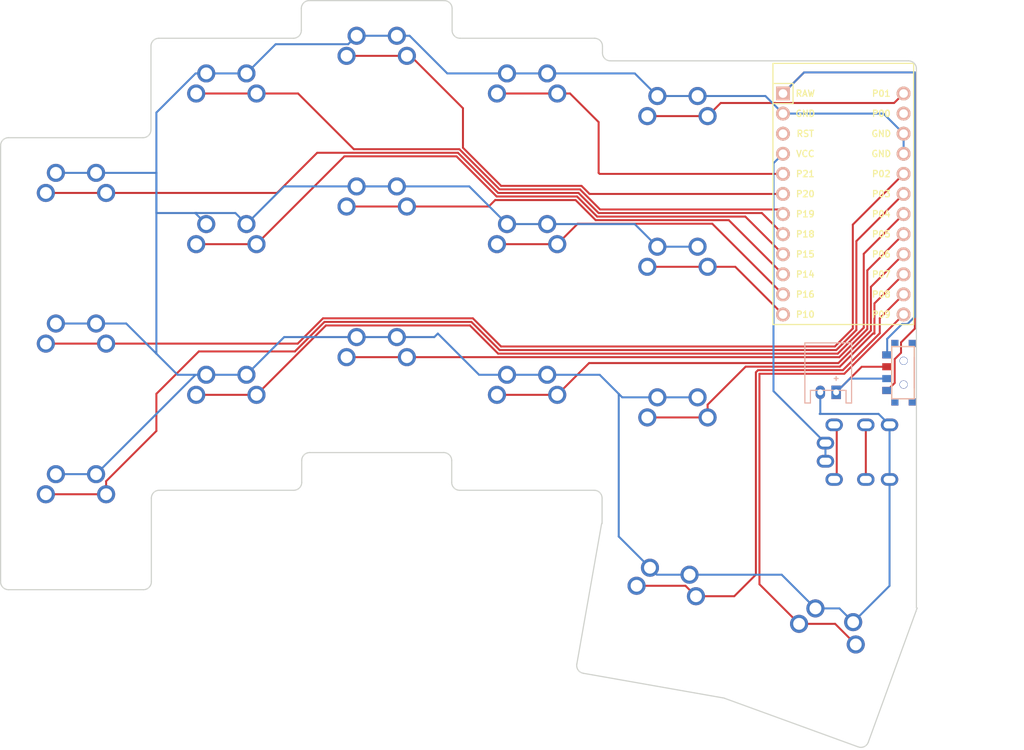
<source format=kicad_pcb>
(kicad_pcb (version 20221018) (generator pcbnew)
  (title_block (title "olacc-34") (rev "v1.0.0") (company "Unknown"))
  (layers (0 "F.Cu" signal) (31 "B.Cu" signal) (34 "B.Paste" user) (35 "F.Paste" user) (36 "B.SilkS" user "B.Silkscreen") (37 "F.SilkS" user "F.Silkscreen") (38 "B.Mask" user) (39 "F.Mask" user) (44 "Edge.Cuts" user))
  (net 0 "")
  (net 1 "GND")
  (net 2 "matrix_pinky_bottom")
  (net 3 "matrix_pinky_home")
  (net 4 "matrix_pinky_top")
  (net 5 "matrix_ring_bottom")
  (net 6 "matrix_ring_home")
  (net 7 "matrix_ring_top")
  (net 8 "matrix_middle_bottom")
  (net 9 "matrix_middle_home")
  (net 10 "matrix_middle_top")
  (net 11 "matrix_index_bottom")
  (net 12 "matrix_index_home")
  (net 13 "matrix_index_top")
  (net 14 "matrix_inner_bottom")
  (net 15 "matrix_inner_home")
  (net 16 "matrix_inner_top")
  (net 17 "thumb_tucky")
  (net 18 "thumb_reachy")
  (net 19 "RAW")
  (net 20 "RST")
  (net 21 "VCC")
  (net 22 "P0")
  (net 23 "BAT")
  (net 24 "P2")
  (net 25 "P3")
  (footprint "E73:SPDT_C128955" (layer "F.Cu") (at 104.575 -17.9155 -90)
    (fp_text reference "T1" hide)
    (fp_text value "" hide)
    (pad "" smd rect (at -3.7 -1.1 270) (size 0.9 0.9) (layers "F.Cu" "F.Paste" "F.Mask"))
    (pad "" smd rect (at -3.7 1.1 270) (size 0.9 0.9) (layers "F.Cu" "F.Paste" "F.Mask"))
    (pad "" np_thru_hole circle (at -1.5 0) (size 1 1) (drill 0.9) (layers "*.Cu" "*.Mask"))
    (pad "" np_thru_hole circle (at 1.5 0) (size 1 1) (drill 0.9) (layers "*.Cu" "*.Mask"))
    (pad "" smd rect (at 3.7 -1.1 270) (size 0.9 0.9) (layers "F.Cu" "F.Paste" "F.Mask"))
    (pad "" smd rect (at 3.7 1.1 270) (size 0.9 0.9) (layers "F.Cu" "F.Paste" "F.Mask"))
    (pad "1" smd rect (at 2.25 2.075 270) (size 0.9 1.25) (layers "F.Cu" "F.Paste" "F.Mask") (net 19 "RAW"))
    (pad "2" smd rect (at -0.75 2.075 270) (size 0.9 1.25) (layers "F.Cu" "F.Paste" "F.Mask") (net 23 "BAT"))
    (pad "3" smd rect (at -2.25 2.075 270) (size 0.9 1.25) (layers "F.Cu" "F.Paste" "F.Mask"))
  )
  (footprint "MX" (layer "F.Cu") (at 74.145 12.192 -10)
    (fp_text reference "S16" hide)
    (fp_text value "" hide)
    (pad "" np_thru_hole circle (at -5.08 0) (size 1.7018 1.7018) (drill 1.7018) (layers "*.Cu" "*.Mask"))
    (pad "" np_thru_hole circle (at 0 0) (size 3.9878 3.9878) (drill 3.9878) (layers "*.Cu" "*.Mask"))
    (pad "" np_thru_hole circle (at 5.08 0) (size 1.7018 1.7018) (drill 1.7018) (layers "*.Cu" "*.Mask"))
    (pad "1" thru_hole circle (at -2.54 -5.08) (size 2.286 2.286) (drill 1.4986) (layers "*.Cu" "*.Mask") (net 1 "GND"))
    (pad "1" thru_hole circle (at 2.54 -5.08) (size 2.286 2.286) (drill 1.4986) (layers "*.Cu" "*.Mask") (net 1 "GND"))
    (pad "2" thru_hole circle (at -3.81 -2.54) (size 2.286 2.286) (drill 1.4986) (layers "*.Cu" "*.Mask") (net 17 "thumb_tucky"))
    (pad "2" thru_hole circle (at 3.81 -2.54) (size 2.286 2.286) (drill 1.4986) (layers "*.Cu" "*.Mask") (net 17 "thumb_tucky"))
  )
  (footprint "MX" (layer "F.Cu") (at 19 -50.673)
    (fp_text reference "S6" hide)
    (fp_text value "" hide)
    (pad "" np_thru_hole circle (at -5.08 0) (size 1.7018 1.7018) (drill 1.7018) (layers "*.Cu" "*.Mask"))
    (pad "" np_thru_hole circle (at 0 0) (size 3.9878 3.9878) (drill 3.9878) (layers "*.Cu" "*.Mask"))
    (pad "" np_thru_hole circle (at 5.08 0) (size 1.7018 1.7018) (drill 1.7018) (layers "*.Cu" "*.Mask"))
    (pad "1" thru_hole circle (at -2.54 -5.08) (size 2.286 2.286) (drill 1.4986) (layers "*.Cu" "*.Mask") (net 1 "GND"))
    (pad "1" thru_hole circle (at 2.54 -5.08) (size 2.286 2.286) (drill 1.4986) (layers "*.Cu" "*.Mask") (net 1 "GND"))
    (pad "2" thru_hole circle (at -3.81 -2.54) (size 2.286 2.286) (drill 1.4986) (layers "*.Cu" "*.Mask") (net 7 "matrix_ring_top"))
    (pad "2" thru_hole circle (at 3.81 -2.54) (size 2.286 2.286) (drill 1.4986) (layers "*.Cu" "*.Mask") (net 7 "matrix_ring_top"))
  )
  (footprint "MX" (layer "F.Cu") (at 76 -28.7655)
    (fp_text reference "S14" hide)
    (fp_text value "" hide)
    (pad "" np_thru_hole circle (at -5.08 0) (size 1.7018 1.7018) (drill 1.7018) (layers "*.Cu" "*.Mask"))
    (pad "" np_thru_hole circle (at 0 0) (size 3.9878 3.9878) (drill 3.9878) (layers "*.Cu" "*.Mask"))
    (pad "" np_thru_hole circle (at 5.08 0) (size 1.7018 1.7018) (drill 1.7018) (layers "*.Cu" "*.Mask"))
    (pad "1" thru_hole circle (at -2.54 -5.08) (size 2.286 2.286) (drill 1.4986) (layers "*.Cu" "*.Mask") (net 1 "GND"))
    (pad "1" thru_hole circle (at 2.54 -5.08) (size 2.286 2.286) (drill 1.4986) (layers "*.Cu" "*.Mask") (net 1 "GND"))
    (pad "2" thru_hole circle (at -3.81 -2.54) (size 2.286 2.286) (drill 1.4986) (layers "*.Cu" "*.Mask") (net 15 "matrix_inner_home"))
    (pad "2" thru_hole circle (at 3.81 -2.54) (size 2.286 2.286) (drill 1.4986) (layers "*.Cu" "*.Mask") (net 15 "matrix_inner_home"))
  )
  (footprint "TRRS-PJ-320A-dual" (layer "F.Cu") (at 106 -6.7155 -90)
    (fp_text reference "TRRS1")
    (fp_text value "TRRS-PJ-320A-dual")
    (pad "" np_thru_hole circle (at -2.3 1.6) (size 1.5 1.5) (drill 1.5) (layers "*.Cu" "*.Mask"))
    (pad "" np_thru_hole circle (at -2.3 8.6) (size 1.5 1.5) (drill 1.5) (layers "*.Cu" "*.Mask"))
    (pad "" np_thru_hole circle (at 0 1.6) (size 1.5 1.5) (drill 1.5) (layers "*.Cu" "*.Mask"))
    (pad "" np_thru_hole circle (at 0 8.6) (size 1.5 1.5) (drill 1.5) (layers "*.Cu" "*.Mask"))
    (pad "1" thru_hole oval (at -2.3 11.3 270) (size 1.6 2.2) (drill oval 0.9 1.5) (layers "*.Cu" "*.Mask") (net 21 "VCC"))
    (pad "1" thru_hole oval (at 0 11.3 270) (size 1.6 2.2) (drill oval 0.9 1.5) (layers "*.Cu" "*.Mask") (net 21 "VCC"))
    (pad "2" thru_hole oval (at -4.6 10.2 270) (size 1.6 2.2) (drill oval 0.9 1.5) (layers "*.Cu" "*.Mask") (net 24 "P2"))
    (pad "2" thru_hole oval (at 2.3 10.2 270) (size 1.6 2.2) (drill oval 0.9 1.5) (layers "*.Cu" "*.Mask") (net 24 "P2"))
    (pad "3" thru_hole oval (at -4.6 6.2 270) (size 1.6 2.2) (drill oval 0.9 1.5) (layers "*.Cu" "*.Mask") (net 25 "P3"))
    (pad "3" thru_hole oval (at 2.3 6.2 270) (size 1.6 2.2) (drill oval 0.9 1.5) (layers "*.Cu" "*.Mask") (net 25 "P3"))
    (pad "4" thru_hole oval (at -4.6 3.2 270) (size 1.6 2.2) (drill oval 0.9 1.5) (layers "*.Cu" "*.Mask") (net 1 "GND"))
    (pad "4" thru_hole oval (at 2.3 3.2 270) (size 1.6 2.2) (drill oval 0.9 1.5) (layers "*.Cu" "*.Mask") (net 1 "GND"))
  )
  (footprint "MX" (layer "F.Cu") (at 38 -36.3855)
    (fp_text reference "S8" hide)
    (fp_text value "" hide)
    (pad "" np_thru_hole circle (at -5.08 0) (size 1.7018 1.7018) (drill 1.7018) (layers "*.Cu" "*.Mask"))
    (pad "" np_thru_hole circle (at 0 0) (size 3.9878 3.9878) (drill 3.9878) (layers "*.Cu" "*.Mask"))
    (pad "" np_thru_hole circle (at 5.08 0) (size 1.7018 1.7018) (drill 1.7018) (layers "*.Cu" "*.Mask"))
    (pad "1" thru_hole circle (at -2.54 -5.08) (size 2.286 2.286) (drill 1.4986) (layers "*.Cu" "*.Mask") (net 1 "GND"))
    (pad "1" thru_hole circle (at 2.54 -5.08) (size 2.286 2.286) (drill 1.4986) (layers "*.Cu" "*.Mask") (net 1 "GND"))
    (pad "2" thru_hole circle (at -3.81 -2.54) (size 2.286 2.286) (drill 1.4986) (layers "*.Cu" "*.Mask") (net 9 "matrix_middle_home"))
    (pad "2" thru_hole circle (at 3.81 -2.54) (size 2.286 2.286) (drill 1.4986) (layers "*.Cu" "*.Mask") (net 9 "matrix_middle_home"))
  )
  (footprint "MX" (layer "F.Cu") (at 38 -17.3355)
    (fp_text reference "S7" hide)
    (fp_text value "" hide)
    (pad "" np_thru_hole circle (at -5.08 0) (size 1.7018 1.7018) (drill 1.7018) (layers "*.Cu" "*.Mask"))
    (pad "" np_thru_hole circle (at 0 0) (size 3.9878 3.9878) (drill 3.9878) (layers "*.Cu" "*.Mask"))
    (pad "" np_thru_hole circle (at 5.08 0) (size 1.7018 1.7018) (drill 1.7018) (layers "*.Cu" "*.Mask"))
    (pad "1" thru_hole circle (at -2.54 -5.08) (size 2.286 2.286) (drill 1.4986) (layers "*.Cu" "*.Mask") (net 1 "GND"))
    (pad "1" thru_hole circle (at 2.54 -5.08) (size 2.286 2.286) (drill 1.4986) (layers "*.Cu" "*.Mask") (net 1 "GND"))
    (pad "2" thru_hole circle (at -3.81 -2.54) (size 2.286 2.286) (drill 1.4986) (layers "*.Cu" "*.Mask") (net 8 "matrix_middle_bottom"))
    (pad "2" thru_hole circle (at 3.81 -2.54) (size 2.286 2.286) (drill 1.4986) (layers "*.Cu" "*.Mask") (net 8 "matrix_middle_bottom"))
  )
  (footprint "MX" (layer "F.Cu") (at 57 -12.573)
    (fp_text reference "S10" hide)
    (fp_text value "" hide)
    (pad "" np_thru_hole circle (at -5.08 0) (size 1.7018 1.7018) (drill 1.7018) (layers "*.Cu" "*.Mask"))
    (pad "" np_thru_hole circle (at 0 0) (size 3.9878 3.9878) (drill 3.9878) (layers "*.Cu" "*.Mask"))
    (pad "" np_thru_hole circle (at 5.08 0) (size 1.7018 1.7018) (drill 1.7018) (layers "*.Cu" "*.Mask"))
    (pad "1" thru_hole circle (at -2.54 -5.08) (size 2.286 2.286) (drill 1.4986) (layers "*.Cu" "*.Mask") (net 1 "GND"))
    (pad "1" thru_hole circle (at 2.54 -5.08) (size 2.286 2.286) (drill 1.4986) (layers "*.Cu" "*.Mask") (net 1 "GND"))
    (pad "2" thru_hole circle (at -3.81 -2.54) (size 2.286 2.286) (drill 1.4986) (layers "*.Cu" "*.Mask") (net 11 "matrix_index_bottom"))
    (pad "2" thru_hole circle (at 3.81 -2.54) (size 2.286 2.286) (drill 1.4986) (layers "*.Cu" "*.Mask") (net 11 "matrix_index_bottom"))
  )
  (footprint "MX" (layer "F.Cu") (at 0 -38.1)
    (fp_text reference "S3" hide)
    (fp_text value "" hide)
    (pad "" np_thru_hole circle (at -5.08 0) (size 1.7018 1.7018) (drill 1.7018) (layers "*.Cu" "*.Mask"))
    (pad "" np_thru_hole circle (at 0 0) (size 3.9878 3.9878) (drill 3.9878) (layers "*.Cu" "*.Mask"))
    (pad "" np_thru_hole circle (at 5.08 0) (size 1.7018 1.7018) (drill 1.7018) (layers "*.Cu" "*.Mask"))
    (pad "1" thru_hole circle (at -2.54 -5.08) (size 2.286 2.286) (drill 1.4986) (layers "*.Cu" "*.Mask") (net 1 "GND"))
    (pad "1" thru_hole circle (at 2.54 -5.08) (size 2.286 2.286) (drill 1.4986) (layers "*.Cu" "*.Mask") (net 1 "GND"))
    (pad "2" thru_hole circle (at -3.81 -2.54) (size 2.286 2.286) (drill 1.4986) (layers "*.Cu" "*.Mask") (net 4 "matrix_pinky_top"))
    (pad "2" thru_hole circle (at 3.81 -2.54) (size 2.286 2.286) (drill 1.4986) (layers "*.Cu" "*.Mask") (net 4 "matrix_pinky_top"))
  )
  (footprint "MX" (layer "F.Cu") (at 19 -12.573)
    (fp_text reference "S4" hide)
    (fp_text value "" hide)
    (pad "" np_thru_hole circle (at -5.08 0) (size 1.7018 1.7018) (drill 1.7018) (layers "*.Cu" "*.Mask"))
    (pad "" np_thru_hole circle (at 0 0) (size 3.9878 3.9878) (drill 3.9878) (layers "*.Cu" "*.Mask"))
    (pad "" np_thru_hole circle (at 5.08 0) (size 1.7018 1.7018) (drill 1.7018) (layers "*.Cu" "*.Mask"))
    (pad "1" thru_hole circle (at -2.54 -5.08) (size 2.286 2.286) (drill 1.4986) (layers "*.Cu" "*.Mask") (net 1 "GND"))
    (pad "1" thru_hole circle (at 2.54 -5.08) (size 2.286 2.286) (drill 1.4986) (layers "*.Cu" "*.Mask") (net 1 "GND"))
    (pad "2" thru_hole circle (at -3.81 -2.54) (size 2.286 2.286) (drill 1.4986) (layers "*.Cu" "*.Mask") (net 5 "matrix_ring_bottom"))
    (pad "2" thru_hole circle (at 3.81 -2.54) (size 2.286 2.286) (drill 1.4986) (layers "*.Cu" "*.Mask") (net 5 "matrix_ring_bottom"))
  )
  (footprint "E73:SPDT_C128955" (layer "F.Cu") (at 104.575 -17.9155 -90)
    (fp_text reference "T2" hide)
    (fp_text value "" hide)
    (pad "" smd rect (at -3.7 -1.1 270) (size 0.9 0.9) (layers "B.Cu" "B.Paste" "B.Mask"))
    (pad "" smd rect (at -3.7 1.1 270) (size 0.9 0.9) (layers "B.Cu" "B.Paste" "B.Mask"))
    (pad "" np_thru_hole circle (at -1.5 0) (size 1 1) (drill 0.9) (layers "*.Cu" "*.Mask"))
    (pad "" np_thru_hole circle (at 1.5 0) (size 1 1) (drill 0.9) (layers "*.Cu" "*.Mask"))
    (pad "" smd rect (at 3.7 -1.1 270) (size 0.9 0.9) (layers "B.Cu" "B.Paste" "B.Mask"))
    (pad "" smd rect (at 3.7 1.1 270) (size 0.9 0.9) (layers "B.Cu" "B.Paste" "B.Mask"))
    (pad "1" smd rect (at -2.25 2.075 270) (size 0.9 1.25) (layers "B.Cu" "B.Paste" "B.Mask") (net 19 "RAW"))
    (pad "2" smd rect (at 0.75 2.075 270) (size 0.9 1.25) (layers "B.Cu" "B.Paste" "B.Mask") (net 23 "BAT"))
    (pad "3" smd rect (at 2.25 2.075 270) (size 0.9 1.25) (layers "B.Cu" "B.Paste" "B.Mask"))
  )
  (footprint "MX" (layer "F.Cu") (at 0 -19.05)
    (fp_text reference "S2" hide)
    (fp_text value "" hide)
    (pad "" np_thru_hole circle (at -5.08 0) (size 1.7018 1.7018) (drill 1.7018) (layers "*.Cu" "*.Mask"))
    (pad "" np_thru_hole circle (at 0 0) (size 3.9878 3.9878) (drill 3.9878) (layers "*.Cu" "*.Mask"))
    (pad "" np_thru_hole circle (at 5.08 0) (size 1.7018 1.7018) (drill 1.7018) (layers "*.Cu" "*.Mask"))
    (pad "1" thru_hole circle (at -2.54 -5.08) (size 2.286 2.286) (drill 1.4986) (layers "*.Cu" "*.Mask") (net 1 "GND"))
    (pad "1" thru_hole circle (at 2.54 -5.08) (size 2.286 2.286) (drill 1.4986) (layers "*.Cu" "*.Mask") (net 1 "GND"))
    (pad "2" thru_hole circle (at -3.81 -2.54) (size 2.286 2.286) (drill 1.4986) (layers "*.Cu" "*.Mask") (net 3 "matrix_pinky_home"))
    (pad "2" thru_hole circle (at 3.81 -2.54) (size 2.286 2.286) (drill 1.4986) (layers "*.Cu" "*.Mask") (net 3 "matrix_pinky_home"))
  )
  (footprint "MX" (layer "F.Cu") (at 76 -9.7155)
    (fp_text reference "S13" hide)
    (fp_text value "" hide)
    (pad "" np_thru_hole circle (at -5.08 0) (size 1.7018 1.7018) (drill 1.7018) (layers "*.Cu" "*.Mask"))
    (pad "" np_thru_hole circle (at 0 0) (size 3.9878 3.9878) (drill 3.9878) (layers "*.Cu" "*.Mask"))
    (pad "" np_thru_hole circle (at 5.08 0) (size 1.7018 1.7018) (drill 1.7018) (layers "*.Cu" "*.Mask"))
    (pad "1" thru_hole circle (at -2.54 -5.08) (size 2.286 2.286) (drill 1.4986) (layers "*.Cu" "*.Mask") (net 1 "GND"))
    (pad "1" thru_hole circle (at 2.54 -5.08) (size 2.286 2.286) (drill 1.4986) (layers "*.Cu" "*.Mask") (net 1 "GND"))
    (pad "2" thru_hole circle (at -3.81 -2.54) (size 2.286 2.286) (drill 1.4986) (layers "*.Cu" "*.Mask") (net 14 "matrix_inner_bottom"))
    (pad "2" thru_hole circle (at 3.81 -2.54) (size 2.286 2.286) (drill 1.4986) (layers "*.Cu" "*.Mask") (net 14 "matrix_inner_bottom"))
  )
  (footprint "MX" (layer "F.Cu") (at 57 -31.623)
    (fp_text reference "S11" hide)
    (fp_text value "" hide)
    (pad "" np_thru_hole circle (at -5.08 0) (size 1.7018 1.7018) (drill 1.7018) (layers "*.Cu" "*.Mask"))
    (pad "" np_thru_hole circle (at 0 0) (size 3.9878 3.9878) (drill 3.9878) (layers "*.Cu" "*.Mask"))
    (pad "" np_thru_hole circle (at 5.08 0) (size 1.7018 1.7018) (drill 1.7018) (layers "*.Cu" "*.Mask"))
    (pad "1" thru_hole circle (at -2.54 -5.08) (size 2.286 2.286) (drill 1.4986) (layers "*.Cu" "*.Mask") (net 1 "GND"))
    (pad "1" thru_hole circle (at 2.54 -5.08) (size 2.286 2.286) (drill 1.4986) (layers "*.Cu" "*.Mask") (net 1 "GND"))
    (pad "2" thru_hole circle (at -3.81 -2.54) (size 2.286 2.286) (drill 1.4986) (layers "*.Cu" "*.Mask") (net 12 "matrix_index_home"))
    (pad "2" thru_hole circle (at 3.81 -2.54) (size 2.286 2.286) (drill 1.4986) (layers "*.Cu" "*.Mask") (net 12 "matrix_index_home"))
  )
  (footprint "MX" (layer "F.Cu") (at 19 -31.623)
    (fp_text reference "S5" hide)
    (fp_text value "" hide)
    (pad "" np_thru_hole circle (at -5.08 0) (size 1.7018 1.7018) (drill 1.7018) (layers "*.Cu" "*.Mask"))
    (pad "" np_thru_hole circle (at 0 0) (size 3.9878 3.9878) (drill 3.9878) (layers "*.Cu" "*.Mask"))
    (pad "" np_thru_hole circle (at 5.08 0) (size 1.7018 1.7018) (drill 1.7018) (layers "*.Cu" "*.Mask"))
    (pad "1" thru_hole circle (at -2.54 -5.08) (size 2.286 2.286) (drill 1.4986) (layers "*.Cu" "*.Mask") (net 1 "GND"))
    (pad "1" thru_hole circle (at 2.54 -5.08) (size 2.286 2.286) (drill 1.4986) (layers "*.Cu" "*.Mask") (net 1 "GND"))
    (pad "2" thru_hole circle (at -3.81 -2.54) (size 2.286 2.286) (drill 1.4986) (layers "*.Cu" "*.Mask") (net 6 "matrix_ring_home"))
    (pad "2" thru_hole circle (at 3.81 -2.54) (size 2.286 2.286) (drill 1.4986) (layers "*.Cu" "*.Mask") (net 6 "matrix_ring_home"))
  )
  (footprint "JST_PH_S2B-PH-K_02x2.00mm_Angled" (layer "F.Cu") (at 95.05 -15.4305 180)
    (fp_text reference "JST1" hide)
    (fp_text value "" hide)
    (pad "1" thru_hole rect (at -1 0 180) (size 1.2 1.7) (drill 0.75) (layers "*.Cu" "*.Mask") (net 23 "BAT"))
    (pad "2" thru_hole oval (at 1 0 180) (size 1.2 1.7) (drill 0.75) (layers "*.Cu" "*.Mask") (net 1 "GND"))
  )
  (footprint "MX" (layer "F.Cu") (at 0 0)
    (fp_text reference "S1" hide)
    (fp_text value "" hide)
    (pad "" np_thru_hole circle (at -5.08 0) (size 1.7018 1.7018) (drill 1.7018) (layers "*.Cu" "*.Mask"))
    (pad "" np_thru_hole circle (at 0 0) (size 3.9878 3.9878) (drill 3.9878) (layers "*.Cu" "*.Mask"))
    (pad "" np_thru_hole circle (at 5.08 0) (size 1.7018 1.7018) (drill 1.7018) (layers "*.Cu" "*.Mask"))
    (pad "1" thru_hole circle (at -2.54 -5.08) (size 2.286 2.286) (drill 1.4986) (layers "*.Cu" "*.Mask") (net 1 "GND"))
    (pad "1" thru_hole circle (at 2.54 -5.08) (size 2.286 2.286) (drill 1.4986) (layers "*.Cu" "*.Mask") (net 1 "GND"))
    (pad "2" thru_hole circle (at -3.81 -2.54) (size 2.286 2.286) (drill 1.4986) (layers "*.Cu" "*.Mask") (net 2 "matrix_pinky_bottom"))
    (pad "2" thru_hole circle (at 3.81 -2.54) (size 2.286 2.286) (drill 1.4986) (layers "*.Cu" "*.Mask") (net 2 "matrix_pinky_bottom"))
  )
  (footprint "MX" (layer "F.Cu") (at 38 -55.4355)
    (fp_text reference "S9" hide)
    (fp_text value "" hide)
    (pad "" np_thru_hole circle (at -5.08 0) (size 1.7018 1.7018) (drill 1.7018) (layers "*.Cu" "*.Mask"))
    (pad "" np_thru_hole circle (at 0 0) (size 3.9878 3.9878) (drill 3.9878) (layers "*.Cu" "*.Mask"))
    (pad "" np_thru_hole circle (at 5.08 0) (size 1.7018 1.7018) (drill 1.7018) (layers "*.Cu" "*.Mask"))
    (pad "1" thru_hole circle (at -2.54 -5.08) (size 2.286 2.286) (drill 1.4986) (layers "*.Cu" "*.Mask") (net 1 "GND"))
    (pad "1" thru_hole circle (at 2.54 -5.08) (size 2.286 2.286) (drill 1.4986) (layers "*.Cu" "*.Mask") (net 1 "GND"))
    (pad "2" thru_hole circle (at -3.81 -2.54) (size 2.286 2.286) (drill 1.4986) (layers "*.Cu" "*.Mask") (net 10 "matrix_middle_top"))
    (pad "2" thru_hole circle (at 3.81 -2.54) (size 2.286 2.286) (drill 1.4986) (layers "*.Cu" "*.Mask") (net 10 "matrix_middle_top"))
  )
  (footprint "MX" (layer "F.Cu") (at 57 -50.673)
    (fp_text reference "S12" hide)
    (fp_text value "" hide)
    (pad "" np_thru_hole circle (at -5.08 0) (size 1.7018 1.7018) (drill 1.7018) (layers "*.Cu" "*.Mask"))
    (pad "" np_thru_hole circle (at 0 0) (size 3.9878 3.9878) (drill 3.9878) (layers "*.Cu" "*.Mask"))
    (pad "" np_thru_hole circle (at 5.08 0) (size 1.7018 1.7018) (drill 1.7018) (layers "*.Cu" "*.Mask"))
    (pad "1" thru_hole circle (at -2.54 -5.08) (size 2.286 2.286) (drill 1.4986) (layers "*.Cu" "*.Mask") (net 1 "GND"))
    (pad "1" thru_hole circle (at 2.54 -5.08) (size 2.286 2.286) (drill 1.4986) (layers "*.Cu" "*.Mask") (net 1 "GND"))
    (pad "2" thru_hole circle (at -3.81 -2.54) (size 2.286 2.286) (drill 1.4986) (layers "*.Cu" "*.Mask") (net 13 "matrix_index_top"))
    (pad "2" thru_hole circle (at 3.81 -2.54) (size 2.286 2.286) (drill 1.4986) (layers "*.Cu" "*.Mask") (net 13 "matrix_index_top"))
  )
  (footprint "MX" (layer "F.Cu") (at 76 -47.8155)
    (fp_text reference "S15" hide)
    (fp_text value "" hide)
    (pad "" np_thru_hole circle (at -5.08 0) (size 1.7018 1.7018) (drill 1.7018) (layers "*.Cu" "*.Mask"))
    (pad "" np_thru_hole circle (at 0 0) (size 3.9878 3.9878) (drill 3.9878) (layers "*.Cu" "*.Mask"))
    (pad "" np_thru_hole circle (at 5.08 0) (size 1.7018 1.7018) (drill 1.7018) (layers "*.Cu" "*.Mask"))
    (pad "1" thru_hole circle (at -2.54 -5.08) (size 2.286 2.286) (drill 1.4986) (layers "*.Cu" "*.Mask") (net 1 "GND"))
    (pad "1" thru_hole circle (at 2.54 -5.08) (size 2.286 2.286) (drill 1.4986) (layers "*.Cu" "*.Mask") (net 1 "GND"))
    (pad "2" thru_hole circle (at -3.81 -2.54) (size 2.286 2.286) (drill 1.4986) (layers "*.Cu" "*.Mask") (net 16 "matrix_inner_top"))
    (pad "2" thru_hole circle (at 3.81 -2.54) (size 2.286 2.286) (drill 1.4986) (layers "*.Cu" "*.Mask") (net 16 "matrix_inner_top"))
  )
  (footprint "ProMicro" (layer "F.Cu") (at 96.955 -39.243 -90)
    (fp_text reference "MCU1" hide)
    (fp_text value "" hide)
    (fp_text user "VCC" (at -6.35 4.8) (layer "F.SilkS") (effects (font (size 0.8 0.8))))
    (fp_text user "P15" (at 6.35 4.8) (layer "F.SilkS") (effects (font (size 0.8 0.8))))
    (fp_text user "P21" (at -3.81 4.8) (layer "F.SilkS") (effects (font (size 0.8 0.8))))
    (fp_text user "P02" (at -3.81 -4.8) (layer "F.SilkS") (effects (font (size 0.8 0.8))))
    (fp_text user "P00" (at -11.43 -4.8) (layer "F.SilkS") (effects (font (size 0.8 0.8))))
    (fp_text user "GND" (at -11.43 4.8) (layer "F.SilkS") (effects (font (size 0.8 0.8))))
    (fp_text user "P01" (at -13.97 -4.8) (layer "F.SilkS") (effects (font (size 0.8 0.8))))
    (fp_text user "P04" (at 1.27 -4.8) (layer "F.SilkS") (effects (font (size 0.8 0.8))))
    (fp_text user "GND" (at -6.35 -4.8) (layer "F.SilkS") (effects (font (size 0.8 0.8))))
    (fp_text user "P20" (at -1.27 4.8) (layer "F.SilkS") (effects (font (size 0.8 0.8))))
    (fp_text user "P10" (at 13.97 4.8) (layer "F.SilkS") (effects (font (size 0.8 0.8))))
    (fp_text user "P07" (at 8.89 -4.8) (layer "F.SilkS") (effects (font (size 0.8 0.8))))
    (fp_text user "P18" (at 3.81 4.8) (layer "F.SilkS") (effects (font (size 0.8 0.8))))
    (fp_text user "P16" (at 11.43 4.8) (layer "F.SilkS") (effects (font (size 0.8 0.8))))
    (fp_text user "P03" (at -1.27 -4.8) (layer "F.SilkS") (effects (font (size 0.8 0.8))))
    (fp_text user "P06" (at 6.35 -4.8) (layer "F.SilkS") (effects (font (size 0.8 0.8))))
    (fp_text user "P19" (at 1.27 4.8) (layer "F.SilkS") (effects (font (size 0.8 0.8))))
    (fp_text user "GND" (at -8.89 -4.8) (layer "F.SilkS") (effects (font (size 0.8 0.8))))
    (fp_text user "P08" (at 11.43 -4.8) (layer "F.SilkS") (effects (font (size 0.8 0.8))))
    (fp_text user "RST" (at -8.89 4.8) (layer "F.SilkS") (effects (font (size 0.8 0.8))))
    (fp_text user "RAW" (at -13.97 4.8) (layer "F.SilkS") (effects (font (size 0.8 0.8))))
    (fp_text user "P14" (at 8.89 4.8) (layer "F.SilkS") (effects (font (size 0.8 0.8))))
    (fp_text user "P09" (at 13.97 -4.8) (layer "F.SilkS") (effects (font (size 0.8 0.8))))
    (fp_text user "P05" (at 3.81 -4.8) (layer "F.SilkS") (effects (font (size 0.8 0.8))))
    (pad "1" thru_hole rect (at -13.97 7.62 270) (size 1.7526 1.7526) (drill 1.0922) (layers "*.Cu" "*.SilkS" "*.Mask") (net 19 "RAW"))
    (pad "2" thru_hole circle (at -11.43 7.62) (size 1.7526 1.7526) (drill 1.0922) (layers "*.Cu" "*.SilkS" "*.Mask") (net 1 "GND"))
    (pad "3" thru_hole circle (at -8.89 7.62) (size 1.7526 1.7526) (drill 1.0922) (layers "*.Cu" "*.SilkS" "*.Mask") (net 20 "RST"))
    (pad "4" thru_hole circle (at -6.35 7.62) (size 1.7526 1.7526) (drill 1.0922) (layers "*.Cu" "*.SilkS" "*.Mask") (net 21 "VCC"))
    (pad "5" thru_hole circle (at -3.81 7.62) (size 1.7526 1.7526) (drill 1.0922) (layers "*.Cu" "*.SilkS" "*.Mask") (net 13 "matrix_index_top"))
    (pad "6" thru_hole circle (at -1.27 7.62) (size 1.7526 1.7526) (drill 1.0922) (layers "*.Cu" "*.SilkS" "*.Mask") (net 10 "matrix_middle_top"))
    (pad "7" thru_hole circle (at 1.27 7.62) (size 1.7526 1.7526) (drill 1.0922) (layers "*.Cu" "*.SilkS" "*.Mask") (net 7 "matrix_ring_top"))
    (pad "8" thru_hole circle (at 3.81 7.62) (size 1.7526 1.7526) (drill 1.0922) (layers "*.Cu" "*.SilkS" "*.Mask") (net 4 "matrix_pinky_top"))
    (pad "9" thru_hole circle (at 6.35 7.62) (size 1.7526 1.7526) (drill 1.0922) (layers "*.Cu" "*.SilkS" "*.Mask") (net 6 "matrix_ring_home"))
    (pad "10" thru_hole circle (at 8.89 7.62) (size 1.7526 1.7526) (drill 1.0922) (layers "*.Cu" "*.SilkS" "*.Mask") (net 9 "matrix_middle_home"))
    (pad "11" thru_hole circle (at 11.43 7.62) (size 1.7526 1.7526) (drill 1.0922) (layers "*.Cu" "*.SilkS" "*.Mask") (net 12 "matrix_index_home"))
    (pad "12" thru_hole circle (at 13.97 7.62) (size 1.7526 1.7526) (drill 1.0922) (layers "*.Cu" "*.SilkS" "*.Mask") (net 15 "matrix_inner_home"))
    (pad "13" thru_hole circle (at -13.97 -7.62) (size 1.7526 1.7526) (drill 1.0922) (layers "*.Cu" "*.SilkS" "*.Mask") (net 16 "matrix_inner_top"))
    (pad "14" thru_hole circle (at -11.43 -7.62) (size 1.7526 1.7526) (drill 1.0922) (layers "*.Cu" "*.SilkS" "*.Mask") (net 22 "P0"))
    (pad "15" thru_hole circle (at -8.89 -7.62) (size 1.7526 1.7526) (drill 1.0922) (layers "*.Cu" "*.SilkS" "*.Mask") (net 1 "GND"))
    (pad "16" thru_hole circle (at -6.35 -7.62) (size 1.7526 1.7526) (drill 1.0922) (layers "*.Cu" "*.SilkS" "*.Mask") (net 1 "GND"))
    (pad "17" thru_hole circle (at -3.81 -7.62) (size 1.7526 1.7526) (drill 1.0922) (layers "*.Cu" "*.SilkS" "*.Mask") (net 3 "matrix_pinky_home"))
    (pad "18" thru_hole circle (at -1.27 -7.62) (size 1.7526 1.7526) (drill 1.0922) (layers "*.Cu" "*.SilkS" "*.Mask") (net 2 "matrix_pinky_bottom"))
    (pad "19" thru_hole circle (at 1.27 -7.62) (size 1.7526 1.7526) (drill 1.0922) (layers "*.Cu" "*.SilkS" "*.Mask") (net 5 "matrix_ring_bottom"))
    (pad "20" thru_hole circle (at 3.81 -7.62) (size 1.7526 1.7526) (drill 1.0922) (layers "*.Cu" "*.SilkS" "*.Mask") (net 8 "matrix_middle_bottom"))
    (pad "21" thru_hole circle (at 6.35 -7.62) (size 1.7526 1.7526) (drill 1.0922) (layers "*.Cu" "*.SilkS" "*.Mask") (net 11 "matrix_index_bottom"))
    (pad "22" thru_hole circle (at 8.89 -7.62) (size 1.7526 1.7526) (drill 1.0922) (layers "*.Cu" "*.SilkS" "*.Mask") (net 14 "matrix_inner_bottom"))
    (pad "23" thru_hole circle (at 11.43 -7.62) (size 1.7526 1.7526) (drill 1.0922) (layers "*.Cu" "*.SilkS" "*.Mask") (net 17 "thumb_tucky"))
    (pad "24" thru_hole circle (at 13.97 -7.62) (size 1.7526 1.7526) (drill 1.0922) (layers "*.Cu" "*.SilkS" "*.Mask") (net 18 "thumb_reachy"))
  )
  (footprint "MX" (layer "F.Cu") (at 94.079609 17.533462 -20)
    (fp_text reference "S17" hide)
    (fp_text value "" hide)
    (pad "" np_thru_hole circle (at -5.08 0) (size 1.7018 1.7018) (drill 1.7018) (layers "*.Cu" "*.Mask"))
    (pad "" np_thru_hole circle (at 0 0) (size 3.9878 3.9878) (drill 3.9878) (layers "*.Cu" "*.Mask"))
    (pad "" np_thru_hole circle (at 5.08 0) (size 1.7018 1.7018) (drill 1.7018) (layers "*.Cu" "*.Mask"))
    (pad "1" thru_hole circle (at -2.54 -5.08) (size 2.286 2.286) (drill 1.4986) (layers "*.Cu" "*.Mask") (net 1 "GND"))
    (pad "1" thru_hole circle (at 2.54 -5.08) (size 2.286 2.286) (drill 1.4986) (layers "*.Cu" "*.Mask") (net 1 "GND"))
    (pad "2" thru_hole circle (at -3.81 -2.54) (size 2.286 2.286) (drill 1.4986) (layers "*.Cu" "*.Mask") (net 18 "thumb_reachy"))
    (pad "2" thru_hole circle (at 3.81 -2.54) (size 2.286 2.286) (drill 1.4986) (layers "*.Cu" "*.Mask") (net 18 "thumb_reachy"))
  )
  (gr_arc (start 9.525 -2.048) (mid 9.817893 -2.755107) (end 10.525 -3.048) (stroke (width 0.15)) (layer "Edge.Cuts"))
  (gr_line (start 28.475 -63.9605) (end 28.475 -61.198) (stroke (width 0.15)) (layer "Edge.Cuts"))
  (gr_line (start 29.525 -7.8105) (end 46.475 -7.8105) (stroke (width 0.15)) (layer "Edge.Cuts"))
  (gr_arc (start 28.475 -63.9605) (mid 28.767893 -64.667607) (end 29.475 -64.9605) (stroke (width 0.15)) (layer "Edge.Cuts"))
  (gr_arc (start -8.525 9.525) (mid -9.232107 9.232107) (end -9.525 8.525) (stroke (width 0.15)) (layer "Edge.Cuts"))
  (gr_arc (start 46.475 -7.8105) (mid 47.182107 -7.517607) (end 47.475 -6.8105) (stroke (width 0.15)) (layer "Edge.Cuts"))
  (gr_arc (start -9.525 -46.625) (mid -9.232107 -47.332107) (end -8.525 -47.625) (stroke (width 0.15)) (layer "Edge.Cuts"))
  (gr_line (start 65.525 -60.198) (end 48.525 -60.198) (stroke (width 0.15)) (layer "Edge.Cuts"))
  (gr_line (start 9.475 -59.198) (end 9.475 -48.625) (stroke (width 0.15)) (layer "Edge.Cuts"))
  (gr_line (start 64.095515 20.091943) (end 81.785136 23.211101) (stroke (width 0.15)) (layer "Edge.Cuts"))
  (gr_line (start 106.19425 11.806538) (end 106.19425 -56.3405) (stroke (width 0.15)) (layer "Edge.Cuts"))
  (gr_line (start 48.475 -3.048) (end 65.475 -3.048) (stroke (width 0.15)) (layer "Edge.Cuts"))
  (gr_line (start 100.114459 28.802084) (end 106.160036 12.192) (stroke (width 0.15)) (layer "Edge.Cuts"))
  (gr_arc (start 9.475 -48.625) (mid 9.182107 -47.917893) (end 8.475 -47.625) (stroke (width 0.15)) (layer "Edge.Cuts"))
  (gr_arc (start 81.785136 23.211101) (mid 81.870307 23.229983) (end 81.953508 23.256216) (stroke (width 0.15)) (layer "Edge.Cuts"))
  (gr_arc (start 100.114459 28.802084) (mid 99.597385 29.366371) (end 98.832747 29.399756) (stroke (width 0.15)) (layer "Edge.Cuts"))
  (gr_arc (start 28.475 -61.198) (mid 28.182107 -60.490893) (end 27.475 -60.198) (stroke (width 0.15)) (layer "Edge.Cuts"))
  (gr_arc (start 48.525 -60.198) (mid 47.817893 -60.490893) (end 47.525 -61.198) (stroke (width 0.15)) (layer "Edge.Cuts"))
  (gr_line (start -8.525 9.525) (end 8.525 9.525) (stroke (width 0.15)) (layer "Edge.Cuts"))
  (gr_arc (start 48.475 -3.048) (mid 47.767893 -3.340893) (end 47.475 -4.048) (stroke (width 0.15)) (layer "Edge.Cuts"))
  (gr_arc (start 9.525 8.525) (mid 9.232107 9.232107) (end 8.525 9.525) (stroke (width 0.15)) (layer "Edge.Cuts"))
  (gr_line (start 8.475 -47.625) (end -8.525 -47.625) (stroke (width 0.15)) (layer "Edge.Cuts"))
  (gr_line (start 66.475 1.167634) (end 66.475 -2.048) (stroke (width 0.15)) (layer "Edge.Cuts"))
  (gr_line (start 27.475 -60.198) (end 10.475 -60.198) (stroke (width 0.15)) (layer "Edge.Cuts"))
  (gr_arc (start 46.525 -64.9605) (mid 47.232107 -64.667607) (end 47.525 -63.9605) (stroke (width 0.15)) (layer "Edge.Cuts"))
  (gr_arc (start 67.525 -57.3405) (mid 66.817893 -57.633393) (end 66.525 -58.3405) (stroke (width 0.15)) (layer "Edge.Cuts"))
  (gr_line (start 81.953508 23.256216) (end 98.832747 29.399756) (stroke (width 0.15)) (layer "Edge.Cuts"))
  (gr_line (start 47.475 -6.8105) (end 47.475 -4.048) (stroke (width 0.15)) (layer "Edge.Cuts"))
  (gr_line (start 106.19425 12.097997) (end 106.287923 11.840632) (stroke (width 0.15)) (layer "Edge.Cuts"))
  (gr_line (start 67.525 -57.3405) (end 105.19425 -57.3405) (stroke (width 0.15)) (layer "Edge.Cuts"))
  (gr_line (start 106.19425 12.192) (end 106.19425 12.097997) (stroke (width 0.15)) (layer "Edge.Cuts"))
  (gr_arc (start 105.19425 -57.3405) (mid 105.901357 -57.047607) (end 106.19425 -56.3405) (stroke (width 0.15)) (layer "Edge.Cuts"))
  (gr_arc (start 65.525 -60.198) (mid 66.232107 -59.905107) (end 66.525 -59.198) (stroke (width 0.15)) (layer "Edge.Cuts"))
  (gr_line (start 9.525 8.525) (end 9.525 -2.048) (stroke (width 0.15)) (layer "Edge.Cuts"))
  (gr_arc (start 28.525 -4.048) (mid 28.232107 -3.340893) (end 27.525 -3.048) (stroke (width 0.15)) (layer "Edge.Cuts"))
  (gr_line (start 46.525 -64.9605) (end 29.475 -64.9605) (stroke (width 0.15)) (layer "Edge.Cuts"))
  (gr_line (start 66.475 1.167634) (end 66.418705 1.157707) (stroke (width 0.15)) (layer "Edge.Cuts"))
  (gr_line (start 106.160036 12.192) (end 106.19425 12.192) (stroke (width 0.15)) (layer "Edge.Cuts"))
  (gr_line (start -9.525 8.525) (end -9.525 -46.625) (stroke (width 0.15)) (layer "Edge.Cuts"))
  (gr_line (start 66.525 -58.3405) (end 66.525 -59.198) (stroke (width 0.15)) (layer "Edge.Cuts"))
  (gr_line (start 66.418705 1.157707) (end 63.284355 18.933487) (stroke (width 0.15)) (layer "Edge.Cuts"))
  (gr_line (start 106.287923 11.840632) (end 106.19425 11.806538) (stroke (width 0.15)) (layer "Edge.Cuts"))
  (gr_line (start 28.525 -4.048) (end 28.525 -6.8105) (stroke (width 0.15)) (layer "Edge.Cuts"))
  (gr_arc (start 9.475 -59.198) (mid 9.767893 -59.905107) (end 10.475 -60.198) (stroke (width 0.15)) (layer "Edge.Cuts"))
  (gr_arc (start 64.095515 20.091943) (mid 63.450011 19.680712) (end 63.284355 18.933487) (stroke (width 0.15)) (layer "Edge.Cuts"))
  (gr_line (start 10.525 -3.048) (end 27.525 -3.048) (stroke (width 0.15)) (layer "Edge.Cuts"))
  (gr_line (start 47.525 -61.198) (end 47.525 -63.9605) (stroke (width 0.15)) (layer "Edge.Cuts"))
  (gr_arc (start 28.525 -6.8105) (mid 28.817893 -7.517607) (end 29.525 -7.8105) (stroke (width 0.15)) (layer "Edge.Cuts"))
  (gr_arc (start 65.475 -3.048) (mid 66.182107 -2.755107) (end 66.475 -2.048) (stroke (width 0.15)) (layer "Edge.Cuts"))
  (segment (start 26.3025 -22.4155) (end 21.54 -17.653) (width 0.25) (layer "B.Cu") (net 1))
  (segment (start 77.528544 7.630243) (end 73.407854 7.630243) (width 0.25) (layer "B.Cu") (net 1))
  (segment (start 54.46 -17.653) (end 50.927 -17.653) (width 0.25) (layer "B.Cu") (net 1))
  (segment (start 35.46 -41.4655) (end 40.54 -41.4655) (width 0.25) (layer "B.Cu") (net 1))
  (segment (start 72.525721 6.74811) (end 68.58 2.802389) (width 0.25) (layer "B.Cu") (net 1))
  (segment (start 104.575 -48.133) (end 104.575 -45.593) (width 0.25) (layer "B.Cu") (net 1))
  (segment (start 40.54 -60.5155) (end 42.156446 -60.5155) (width 0.25) (layer "B.Cu") (net 1))
  (segment (start 70.6025 -36.703) (end 73.46 -33.8455) (width 0.25) (layer "B.Cu") (net 1))
  (segment (start 6.35 -24.13) (end 2.54 -24.13) (width 0.25) (layer "B.Cu") (net 1))
  (segment (start 10.16 -38.1) (end 10.16 -43.18) (width 0.25) (layer "B.Cu") (net 1))
  (segment (start 93.430252 11.891092) (end 89.169403 7.630243) (width 0.25) (layer "B.Cu") (net 1))
  (segment (start 94.05 -12.77) (end 94.05 -15.4305) (width 0.25) (layer "B.Cu") (net 1))
  (segment (start 102.8 -11.3155) (end 101.4155 -12.7) (width 0.25) (layer "B.Cu") (net 1))
  (segment (start 10.16 -43.18) (end 10.16 -50.8) (width 0.25) (layer "B.Cu") (net 1))
  (segment (start 45.72 -22.86) (end 45.2755 -22.4155) (width 0.25) (layer "B.Cu") (net 1))
  (segment (start 70.6025 -55.753) (end 73.46 -52.8955) (width 0.25) (layer "B.Cu") (net 1))
  (segment (start 87.1125 -52.8955) (end 89.335 -50.673) (width 0.25) (layer "B.Cu") (net 1))
  (segment (start 102.035 -50.673) (end 104.575 -48.133) (width 0.25) (layer "B.Cu") (net 1))
  (segment (start 15.24 -38.1) (end 20.143 -38.1) (width 0.25) (layer "B.Cu") (net 1))
  (segment (start 15.063 -38.1) (end 15.24 -38.1) (width 0.25) (layer "B.Cu") (net 1))
  (segment (start 15.113 -17.653) (end 2.54 -5.08) (width 0.25) (layer "B.Cu") (net 1))
  (segment (start 35.46 -22.4155) (end 26.3025 -22.4155) (width 0.25) (layer "B.Cu") (net 1))
  (segment (start 40.54 -41.4655) (end 49.6975 -41.4655) (width 0.25) (layer "B.Cu") (net 1))
  (segment (start 78.54 -52.8955) (end 87.1125 -52.8955) (width 0.25) (layer "B.Cu") (net 1))
  (segment (start 12.827 -17.653) (end 10.16 -20.32) (width 0.25) (layer "B.Cu") (net 1))
  (segment (start 50.927 -17.653) (end 45.72 -22.86) (width 0.25) (layer "B.Cu") (net 1))
  (segment (start 68.58 -15.24) (end 69.0245 -14.7955) (width 0.25) (layer "B.Cu") (net 1))
  (segment (start 102.8 9.032446) (end 98.203891 13.628555) (width 0.25) (layer "B.Cu") (net 1))
  (segment (start 69.0245 -14.7955) (end 73.46 -14.7955) (width 0.25) (layer "B.Cu") (net 1))
  (segment (start 45.2755 -22.4155) (end 40.54 -22.4155) (width 0.25) (layer "B.Cu") (net 1))
  (segment (start 59.54 -17.653) (end 54.46 -17.653) (width 0.25) (layer "B.Cu") (net 1))
  (segment (start 102.8 -11.3155) (end 102.8 -4.4155) (width 0.25) (layer "B.Cu") (net 1))
  (segment (start 16.46 -17.653) (end 12.827 -17.653) (width 0.25) (layer "B.Cu") (net 1))
  (segment (start 21.54 -55.753) (end 25.2305 -59.4435) (width 0.25) (layer "B.Cu") (net 1))
  (segment (start 49.6975 -41.4655) (end 54.46 -36.703) (width 0.25) (layer "B.Cu") (net 1))
  (segment (start 15.113 -55.753) (end 16.46 -55.753) (width 0.25) (layer "B.Cu") (net 1))
  (segment (start 78.54 -14.7955) (end 73.46 -14.7955) (width 0.25) (layer "B.Cu") (net 1))
  (segment (start 21.54 -36.703) (end 26.3025 -41.4655) (width 0.25) (layer "B.Cu") (net 1))
  (segment (start 102.8 -4.4155) (end 102.8 9.032446) (width 0.25) (layer "B.Cu") (net 1))
  (segment (start 68.58 -15.24) (end 66.167 -17.653) (width 0.25) (layer "B.Cu") (net 1))
  (segment (start 73.46 -33.8455) (end 78.54 -33.8455) (width 0.25) (layer "B.Cu") (net 1))
  (segment (start 16.46 -17.653) (end 15.113 -17.653) (width 0.25) (layer "B.Cu") (net 1))
  (segment (start 101.4155 -12.7) (end 93.98 -12.7) (width 0.25) (layer "B.Cu") (net 1))
  (segment (start 35.46 -60.5155) (end 40.54 -60.5155) (width 0.25) (layer "B.Cu") (net 1))
  (segment (start 10.16 -50.8) (end 15.113 -55.753) (width 0.25) (layer "B.Cu") (net 1))
  (segment (start 98.203891 13.628555) (end 96.466428 11.891092) (width 0.25) (layer "B.Cu") (net 1))
  (segment (start 21.54 -17.653) (end 16.46 -17.653) (width 0.25) (layer "B.Cu") (net 1))
  (segment (start 73.407854 7.630243) (end 72.525721 6.74811) (width 0.25) (layer "B.Cu") (net 1))
  (segment (start -2.54 -24.13) (end 2.54 -24.13) (width 0.25) (layer "B.Cu") (net 1))
  (segment (start 89.335 -50.673) (end 102.035 -50.673) (width 0.25) (layer "B.Cu") (net 1))
  (segment (start 2.54 -5.08) (end -2.54 -5.08) (width 0.25) (layer "B.Cu") (net 1))
  (segment (start 34.388 -59.4435) (end 35.46 -60.5155) (width 0.25) (layer "B.Cu") (net 1))
  (segment (start 35.46 -41.4655) (end 39.8145 -41.4655) (width 0.25) (layer "B.Cu") (net 1))
  (segment (start 46.918946 -55.753) (end 54.46 -55.753) (width 0.25) (layer "B.Cu") (net 1))
  (segment (start 73.46 -52.8955) (end 78.54 -52.8955) (width 0.25) (layer "B.Cu") (net 1))
  (segment (start 39.8145 -41.4655) (end 40.64 -40.64) (width 0.25) (layer "B.Cu") (net 1))
  (segment (start 10.16 -20.32) (end 6.35 -24.13) (width 0.25) (layer "B.Cu") (net 1))
  (segment (start 54.46 -55.753) (end 59.54 -55.753) (width 0.25) (layer "B.Cu") (net 1))
  (segment (start 25.2305 -59.4435) (end 34.388 -59.4435) (width 0.25) (layer "B.Cu") (net 1))
  (segment (start -2.54 -43.18) (end 2.54 -43.18) (width 0.25) (layer "B.Cu") (net 1))
  (segment (start 20.143 -38.1) (end 21.54 -36.703) (width 0.25) (layer "B.Cu") (net 1))
  (segment (start 10.16 -20.32) (end 10.16 -43.18) (width 0.25) (layer "B.Cu") (net 1))
  (segment (start 16.46 -55.753) (end 21.54 -55.753) (width 0.25) (layer "B.Cu") (net 1))
  (segment (start 66.167 -17.653) (end 59.54 -17.653) (width 0.25) (layer "B.Cu") (net 1))
  (segment (start 10.16 -43.18) (end 2.54 -43.18) (width 0.25) (layer "B.Cu") (net 1))
  (segment (start 93.98 -12.7) (end 94.05 -12.77) (width 0.25) (layer "B.Cu") (net 1))
  (segment (start 16.46 -36.703) (end 15.063 -38.1) (width 0.25) (layer "B.Cu") (net 1))
  (segment (start 40.54 -22.4155) (end 35.46 -22.4155) (width 0.25) (layer "B.Cu") (net 1))
  (segment (start 54.46 -36.703) (end 59.54 -36.703) (width 0.25) (layer "B.Cu") (net 1))
  (segment (start 15.24 -38.1) (end 10.16 -38.1) (width 0.25) (layer "B.Cu") (net 1))
  (segment (start 42.156446 -60.5155) (end 46.918946 -55.753) (width 0.25) (layer "B.Cu") (net 1))
  (segment (start 68.58 2.802389) (end 68.58 -15.24) (width 0.25) (layer "B.Cu") (net 1))
  (segment (start 59.54 -55.753) (end 70.6025 -55.753) (width 0.25) (layer "B.Cu") (net 1))
  (segment (start 96.466428 11.891092) (end 93.430252 11.891092) (width 0.25) (layer "B.Cu") (net 1))
  (segment (start 89.169403 7.630243) (end 77.528544 7.630243) (width 0.25) (layer "B.Cu") (net 1))
  (segment (start 26.3025 -41.4655) (end 35.46 -41.4655) (width 0.25) (layer "B.Cu") (net 1))
  (segment (start 59.54 -36.703) (end 70.6025 -36.703) (width 0.25) (layer "B.Cu") (net 1))
  (segment (start 27.660302 -20.599698) (end 31.394104 -24.3335) (width 0.25) (layer "F.Cu") (net 2))
  (segment (start 98.607208 -34.545208) (end 104.575 -40.513) (width 0.25) (layer "F.Cu") (net 2))
  (segment (start 53.526396 -20.7755) (end 96.069916 -20.7755) (width 0.25) (layer "F.Cu") (net 2))
  (segment (start 3.81 -4.196684) (end 10.16 -10.546684) (width 0.25) (layer "F.Cu") (net 2))
  (segment (start 10.16 -15.24) (end 15.519698 -20.599698) (width 0.25) (layer "F.Cu") (net 2))
  (segment (start -3.81 -2.54) (end 3.81 -2.54) (width 0.25) (layer "F.Cu") (net 2))
  (segment (start 96.069916 -20.7755) (end 98.607208 -23.312792) (width 0.25) (layer "F.Cu") (net 2))
  (segment (start 98.607208 -23.312792) (end 98.607208 -34.545208) (width 0.25) (layer "F.Cu") (net 2))
  (segment (start 31.394104 -24.3335) (end 49.968396 -24.3335) (width 0.25) (layer "F.Cu") (net 2))
  (segment (start 15.519698 -20.599698) (end 27.660302 -20.599698) (width 0.25) (layer "F.Cu") (net 2))
  (segment (start 3.81 -2.54) (end 3.81 -4.196684) (width 0.25) (layer "F.Cu") (net 2))
  (segment (start 49.968396 -24.3335) (end 53.526396 -20.7755) (width 0.25) (layer "F.Cu") (net 2))
  (segment (start 10.16 -10.546684) (end 10.16 -15.24) (width 0.25) (layer "F.Cu") (net 2))
  (segment (start 98.157208 -36.635208) (end 104.575 -43.053) (width 0.25) (layer "F.Cu") (net 3))
  (segment (start 31.207708 -24.7835) (end 50.154792 -24.7835) (width 0.25) (layer "F.Cu") (net 3))
  (segment (start 50.154792 -24.7835) (end 53.712792 -21.2255) (width 0.25) (layer "F.Cu") (net 3))
  (segment (start 98.157208 -23.499188) (end 98.157208 -36.635208) (width 0.25) (layer "F.Cu") (net 3))
  (segment (start 3.81 -21.59) (end 28.014208 -21.59) (width 0.25) (layer "F.Cu") (net 3))
  (segment (start 28.014208 -21.59) (end 31.207708 -24.7835) (width 0.25) (layer "F.Cu") (net 3))
  (segment (start 53.712792 -21.2255) (end 95.88352 -21.2255) (width 0.25) (layer "F.Cu") (net 3))
  (segment (start -3.81 -21.59) (end 3.81 -21.59) (width 0.25) (layer "F.Cu") (net 3))
  (segment (start 95.88352 -21.2255) (end 98.157208 -23.499188) (width 0.25) (layer "F.Cu") (net 3))
  (segment (start 3.81 -40.64) (end 25.4 -40.64) (width 0.25) (layer "F.Cu") (net 4))
  (segment (start 66.04 -38.1) (end 86.668 -38.1) (width 0.25) (layer "F.Cu") (net 4))
  (segment (start 86.668 -38.1) (end 89.335 -35.433) (width 0.25) (layer "F.Cu") (net 4))
  (segment (start 53.34 -40.64) (end 63.5 -40.64) (width 0.25) (layer "F.Cu") (net 4))
  (segment (start 63.5 -40.64) (end 66.04 -38.1) (width 0.25) (layer "F.Cu") (net 4))
  (segment (start 48.26 -45.72) (end 53.34 -40.64) (width 0.25) (layer "F.Cu") (net 4))
  (segment (start 30.48 -45.72) (end 48.26 -45.72) (width 0.25) (layer "F.Cu") (net 4))
  (segment (start -3.81 -40.64) (end 3.81 -40.64) (width 0.25) (layer "F.Cu") (net 4))
  (segment (start 25.4 -40.64) (end 30.48 -45.72) (width 0.25) (layer "F.Cu") (net 4))
  (segment (start 49.782 -23.8835) (end 53.34 -20.3255) (width 0.25) (layer "F.Cu") (net 5))
  (segment (start 99.539208 -32.937208) (end 104.575 -37.973) (width 0.25) (layer "F.Cu") (net 5))
  (segment (start 22.81 -15.113) (end 31.5805 -23.8835) (width 0.25) (layer "F.Cu") (net 5))
  (segment (start 15.19 -15.113) (end 22.81 -15.113) (width 0.25) (layer "F.Cu") (net 5))
  (segment (start 99.539208 -23.608396) (end 99.539208 -32.937208) (width 0.25) (layer "F.Cu") (net 5))
  (segment (start 53.34 -20.3255) (end 96.256312 -20.3255) (width 0.25) (layer "F.Cu") (net 5))
  (segment (start 96.256312 -20.3255) (end 99.539208 -23.608396) (width 0.25) (layer "F.Cu") (net 5))
  (segment (start 31.5805 -23.8835) (end 49.782 -23.8835) (width 0.25) (layer "F.Cu") (net 5))
  (segment (start 48.073604 -45.27) (end 53.153604 -40.19) (width 0.25) (layer "F.Cu") (net 6))
  (segment (start 15.19 -34.163) (end 22.81 -34.163) (width 0.25) (layer "F.Cu") (net 6))
  (segment (start 65.853604 -37.65) (end 84.578 -37.65) (width 0.25) (layer "F.Cu") (net 6))
  (segment (start 33.917 -45.27) (end 48.073604 -45.27) (width 0.25) (layer "F.Cu") (net 6))
  (segment (start 53.153604 -40.19) (end 63.313604 -40.19) (width 0.25) (layer "F.Cu") (net 6))
  (segment (start 22.81 -34.163) (end 33.917 -45.27) (width 0.25) (layer "F.Cu") (net 6))
  (segment (start 84.578 -37.65) (end 89.335 -32.893) (width 0.25) (layer "F.Cu") (net 6))
  (segment (start 63.313604 -40.19) (end 65.853604 -37.65) (width 0.25) (layer "F.Cu") (net 6))
  (segment (start 63.686396 -41.09) (end 66.226396 -38.55) (width 0.25) (layer "F.Cu") (net 7))
  (segment (start 53.526396 -41.09) (end 63.686396 -41.09) (width 0.25) (layer "F.Cu") (net 7))
  (segment (start 48.446396 -46.17) (end 53.526396 -41.09) (width 0.25) (layer "F.Cu") (net 7))
  (segment (start 15.19 -53.213) (end 22.81 -53.213) (width 0.25) (layer "F.Cu") (net 7))
  (segment (start 28.067 -53.213) (end 35.11 -46.17) (width 0.25) (layer "F.Cu") (net 7))
  (segment (start 35.11 -46.17) (end 48.446396 -46.17) (width 0.25) (layer "F.Cu") (net 7))
  (segment (start 66.226396 -38.55) (end 88.758 -38.55) (width 0.25) (layer "F.Cu") (net 7))
  (segment (start 22.81 -53.213) (end 28.067 -53.213) (width 0.25) (layer "F.Cu") (net 7))
  (segment (start 88.758 -38.55) (end 89.335 -37.973) (width 0.25) (layer "F.Cu") (net 7))
  (segment (start 41.81 -19.8755) (end 96.442708 -19.8755) (width 0.25) (layer "F.Cu") (net 8))
  (segment (start 99.989208 -30.847208) (end 104.575 -35.433) (width 0.25) (layer "F.Cu") (net 8))
  (segment (start 96.442708 -19.8755) (end 99.989208 -23.422) (width 0.25) (layer "F.Cu") (net 8))
  (segment (start 99.989208 -23.422) (end 99.989208 -30.847208) (width 0.25) (layer "F.Cu") (net 8))
  (segment (start 34.19 -19.8755) (end 41.81 -19.8755) (width 0.25) (layer "F.Cu") (net 8))
  (segment (start 52.967208 -39.74) (end 63.127208 -39.74) (width 0.25) (layer "F.Cu") (net 9))
  (segment (start 34.19 -38.9255) (end 41.81 -38.9255) (width 0.25) (layer "F.Cu") (net 9))
  (segment (start 82.488 -37.2) (end 89.335 -30.353) (width 0.25) (layer "F.Cu") (net 9))
  (segment (start 41.81 -38.9255) (end 52.152708 -38.9255) (width 0.25) (layer "F.Cu") (net 9))
  (segment (start 65.667208 -37.2) (end 82.488 -37.2) (width 0.25) (layer "F.Cu") (net 9))
  (segment (start 63.127208 -39.74) (end 65.667208 -37.2) (width 0.25) (layer "F.Cu") (net 9))
  (segment (start 52.152708 -38.9255) (end 52.967208 -39.74) (width 0.25) (layer "F.Cu") (net 9))
  (segment (start 42.273684 -57.9755) (end 48.896396 -51.352788) (width 0.25) (layer "F.Cu") (net 10))
  (segment (start 48.896396 -51.352788) (end 48.896396 -46.356396) (width 0.25) (layer "F.Cu") (net 10))
  (segment (start 48.896396 -46.356396) (end 53.712792 -41.54) (width 0.25) (layer "F.Cu") (net 10))
  (segment (start 63.872792 -41.54) (end 64.899792 -40.513) (width 0.25) (layer "F.Cu") (net 10))
  (segment (start 34.19 -57.9755) (end 41.81 -57.9755) (width 0.25) (layer "F.Cu") (net 10))
  (segment (start 64.899792 -40.513) (end 89.335 -40.513) (width 0.25) (layer "F.Cu") (net 10))
  (segment (start 53.712792 -41.54) (end 63.872792 -41.54) (width 0.25) (layer "F.Cu") (net 10))
  (segment (start 41.81 -57.9755) (end 42.273684 -57.9755) (width 0.25) (layer "F.Cu") (net 10))
  (segment (start 100.439208 -23.235604) (end 100.439208 -28.757208) (width 0.25) (layer "F.Cu") (net 11))
  (segment (start 60.81 -15.113) (end 64.827 -19.13) (width 0.25) (layer "F.Cu") (net 11))
  (segment (start 53.19 -15.113) (end 60.81 -15.113) (width 0.25) (layer "F.Cu") (net 11))
  (segment (start 64.827 -19.13) (end 96.333604 -19.13) (width 0.25) (layer "F.Cu") (net 11))
  (segment (start 96.333604 -19.13) (end 100.439208 -23.235604) (width 0.25) (layer "F.Cu") (net 11))
  (segment (start 100.439208 -28.757208) (end 104.575 -32.893) (width 0.25) (layer "F.Cu") (net 11))
  (segment (start 63.397 -36.75) (end 80.398 -36.75) (width 0.25) (layer "F.Cu") (net 12))
  (segment (start 53.19 -34.163) (end 60.81 -34.163) (width 0.25) (layer "F.Cu") (net 12))
  (segment (start 60.81 -34.163) (end 63.397 -36.75) (width 0.25) (layer "F.Cu") (net 12))
  (segment (start 80.398 -36.75) (end 89.335 -27.813) (width 0.25) (layer "F.Cu") (net 12))
  (segment (start 60.81 -53.213) (end 62.426446 -53.213) (width 0.25) (layer "F.Cu") (net 13))
  (segment (start 62.426446 -53.213) (end 66.04 -49.599446) (width 0.25) (layer "F.Cu") (net 13))
  (segment (start 66.04 -43.18) (end 66.167 -43.053) (width 0.25) (layer "F.Cu") (net 13))
  (segment (start 53.19 -53.213) (end 60.81 -53.213) (width 0.25) (layer "F.Cu") (net 13))
  (segment (start 66.04 -49.599446) (end 66.04 -43.18) (width 0.25) (layer "F.Cu") (net 13))
  (segment (start 66.167 -43.053) (end 89.335 -43.053) (width 0.25) (layer "F.Cu") (net 13))
  (segment (start 84.618054 -18.68) (end 96.52 -18.68) (width 0.25) (layer "F.Cu") (net 14))
  (segment (start 100.7 -22.86) (end 100.889208 -22.86) (width 0.25) (layer "F.Cu") (net 14))
  (segment (start 79.81 -13.871946) (end 84.618054 -18.68) (width 0.25) (layer "F.Cu") (net 14))
  (segment (start 72.19 -12.2555) (end 79.81 -12.2555) (width 0.25) (layer "F.Cu") (net 14))
  (segment (start 100.889208 -22.86) (end 100.889208 -26.667208) (width 0.25) (layer "F.Cu") (net 14))
  (segment (start 96.52 -18.68) (end 100.7 -22.86) (width 0.25) (layer "F.Cu") (net 14))
  (segment (start 79.81 -12.2555) (end 79.81 -13.871946) (width 0.25) (layer "F.Cu") (net 14))
  (segment (start 100.889208 -26.667208) (end 104.575 -30.353) (width 0.25) (layer "F.Cu") (net 14))
  (segment (start 72.19 -31.3055) (end 79.81 -31.3055) (width 0.25) (layer "F.Cu") (net 15))
  (segment (start 83.3025 -31.3055) (end 89.335 -25.273) (width 0.25) (layer "F.Cu") (net 15))
  (segment (start 79.81 -31.3055) (end 83.3025 -31.3055) (width 0.25) (layer "F.Cu") (net 15))
  (segment (start 103.3737 -52.0117) (end 104.575 -53.213) (width 0.25) (layer "F.Cu") (net 16))
  (segment (start 81.4662 -52.0117) (end 103.3737 -52.0117) (width 0.25) (layer "F.Cu") (net 16))
  (segment (start 72.19 -50.3555) (end 79.81 -50.3555) (width 0.25) (layer "F.Cu") (net 16))
  (segment (start 79.81 -50.3555) (end 81.4662 -52.0117) (width 0.25) (layer "F.Cu") (net 16))
  (segment (start 70.833949 9.028989) (end 77.014985 9.028989) (width 0.25) (layer "F.Cu") (net 17))
  (segment (start 101.562802 -22.897198) (end 101.562802 -24.800802) (width 0.25) (layer "F.Cu") (net 17))
  (segment (start 101.562802 -24.800802) (end 104.575 -27.813) (width 0.25) (layer "F.Cu") (net 17))
  (segment (start 85.91 7.62) (end 85.91 -17.966396) (width 0.25) (layer "F.Cu") (net 17))
  (segment (start 77.014985 9.028989) (end 78.338184 10.352188) (width 0.25) (layer "F.Cu") (net 17))
  (segment (start 85.91 -17.966396) (end 86.173604 -18.23) (width 0.25) (layer "F.Cu") (net 17))
  (segment (start 83.177812 10.352188) (end 85.91 7.62) (width 0.25) (layer "F.Cu") (net 17))
  (segment (start 78.338184 10.352188) (end 83.177812 10.352188) (width 0.25) (layer "F.Cu") (net 17))
  (segment (start 86.173604 -18.23) (end 96.895604 -18.23) (width 0.25) (layer "F.Cu") (net 17))
  (segment (start 96.895604 -18.23) (end 101.562802 -22.897198) (width 0.25) (layer "F.Cu") (net 17))
  (segment (start 91.368111 13.843546) (end 86.36 8.835435) (width 0.25) (layer "F.Cu") (net 18))
  (segment (start 86.36 8.835435) (end 86.36 -17.78) (width 0.25) (layer "F.Cu") (net 18))
  (segment (start 98.528569 16.449739) (end 95.922376 13.843546) (width 0.25) (layer "F.Cu") (net 18))
  (segment (start 95.922376 13.843546) (end 91.368111 13.843546) (width 0.25) (layer "F.Cu") (net 18))
  (segment (start 86.36 -17.78) (end 97.082 -17.78) (width 0.25) (layer "F.Cu") (net 18))
  (segment (start 97.082 -17.78) (end 104.575 -25.273) (width 0.25) (layer "F.Cu") (net 18))
  (segment (start 105.99425 -23.48475) (end 105.99425 -55.88) (width 0.25) (layer "F.Cu") (net 19))
  (segment (start 103.45 -19.63) (end 104.25 -20.43) (width 0.25) (layer "F.Cu") (net 19))
  (segment (start 92.002 -55.88) (end 89.335 -53.213) (width 0.25) (layer "F.Cu") (net 19))
  (segment (start 102.5 -15.6655) (end 103.45 -16.6155) (width 0.25) (layer "F.Cu") (net 19))
  (segment (start 105.99425 -55.88) (end 92.002 -55.88) (width 0.25) (layer "F.Cu") (net 19))
  (segment (start 103.45 -16.6155) (end 103.45 -19.63) (width 0.25) (layer "F.Cu") (net 19))
  (segment (start 104.25 -21.7405) (end 105.99425 -23.48475) (width 0.25) (layer "F.Cu") (net 19))
  (segment (start 104.25 -20.43) (end 104.25 -21.7405) (width 0.25) (layer "F.Cu") (net 19))
  (segment (start 102.5 -20.1655) (end 102.5 -22.1905) (width 0.25) (layer "B.Cu") (net 19))
  (segment (start 105.99425 -24.993355) (end 105.99425 -55.88) (width 0.25) (layer "B.Cu") (net 19))
  (segment (start 105.99425 -55.88) (end 92.002 -55.88) (width 0.25) (layer "B.Cu") (net 19))
  (segment (start 104.3812 -24.0717) (end 105.072595 -24.0717) (width 0.25) (layer "B.Cu") (net 19))
  (segment (start 105.072595 -24.0717) (end 105.99425 -24.993355) (width 0.25) (layer "B.Cu") (net 19))
  (segment (start 92.002 -55.88) (end 89.335 -53.213) (width 0.25) (layer "B.Cu") (net 19))
  (segment (start 102.5 -22.1905) (end 104.3812 -24.0717) (width 0.25) (layer "B.Cu") (net 19))
  (segment (start 94.7 -9.0155) (end 94.7 -6.7155) (width 0.25) (layer "B.Cu") (net 21))
  (segment (start 94.7 -9.0155) (end 88.1337 -15.5818) (width 0.25) (layer "B.Cu") (net 21))
  (segment (start 88.1337 -44.3917) (end 89.335 -45.593) (width 0.25) (layer "B.Cu") (net 21))
  (segment (start 88.1337 -15.5818) (end 88.1337 -44.3917) (width 0.25) (layer "B.Cu") (net 21))
  (segment (start 99.285 -18.6655) (end 96.05 -15.4305) (width 0.25) (layer "F.Cu") (net 23))
  (segment (start 102.5 -18.6655) (end 99.285 -18.6655) (width 0.25) (layer "F.Cu") (net 23))
  (segment (start 97.785 -17.1655) (end 96.05 -15.4305) (width 0.25) (layer "B.Cu") (net 23))
  (segment (start 102.5 -17.1655) (end 97.785 -17.1655) (width 0.25) (layer "B.Cu") (net 23))
  (segment (start 96.125 -4.7405) (end 95.8 -4.4155) (width 0.25) (layer "F.Cu") (net 24))
  (segment (start 96.125 -10.9905) (end 96.125 -4.7405) (width 0.25) (layer "F.Cu") (net 24))
  (segment (start 95.8 -11.3155) (end 96.125 -10.9905) (width 0.25) (layer "F.Cu") (net 24))
  (segment (start 99.8 -11.3155) (end 99.8 -4.4155) (width 0.25) (layer "F.Cu") (net 25))
)
</source>
